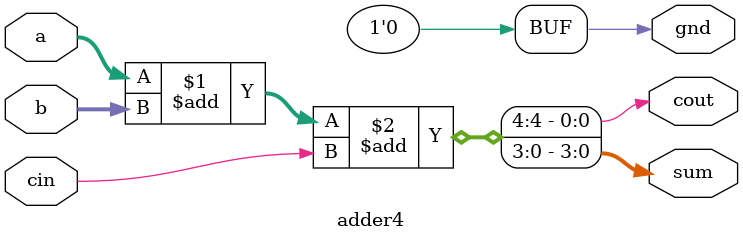
<source format=v>
module adder4(
	input [3:0] a, b,
	input cin,
	output [3:0] sum,
	output cout,
	output gnd = 1'b0);

	assign {cout, sum} = a + b + cin;
endmodule
</source>
